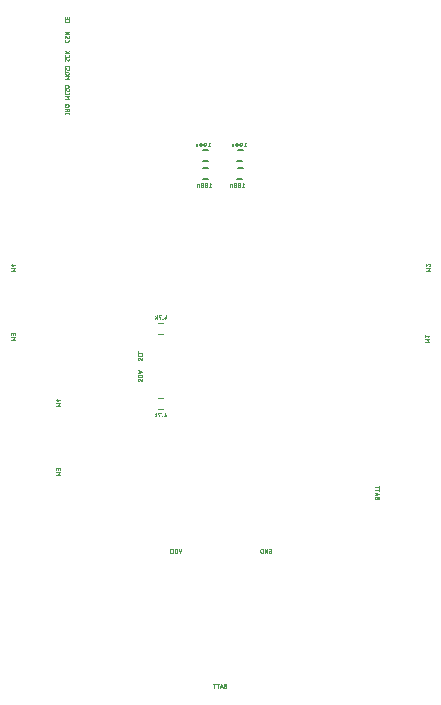
<source format=gbr>
G04 EAGLE Gerber RS-274X export*
G75*
%MOMM*%
%FSLAX34Y34*%
%LPD*%
%INSilkscreen Bottom*%
%IPPOS*%
%AMOC8*
5,1,8,0,0,1.08239X$1,22.5*%
G01*
%ADD10C,0.025400*%
%ADD11C,0.127000*%
%ADD12C,0.050800*%
%ADD13C,0.120000*%


D10*
X121567Y171775D02*
X121513Y171773D01*
X121459Y171768D01*
X121406Y171758D01*
X121354Y171746D01*
X121302Y171729D01*
X121252Y171710D01*
X121204Y171686D01*
X121157Y171660D01*
X121111Y171630D01*
X121068Y171598D01*
X121028Y171562D01*
X120990Y171524D01*
X120954Y171484D01*
X120922Y171441D01*
X120892Y171395D01*
X120866Y171348D01*
X120842Y171300D01*
X120823Y171250D01*
X120806Y171198D01*
X120794Y171146D01*
X120784Y171093D01*
X120779Y171039D01*
X120777Y170985D01*
X120779Y170908D01*
X120784Y170830D01*
X120793Y170753D01*
X120806Y170677D01*
X120822Y170601D01*
X120841Y170526D01*
X120864Y170452D01*
X120891Y170379D01*
X120921Y170307D01*
X120954Y170237D01*
X120990Y170169D01*
X121030Y170102D01*
X121072Y170037D01*
X121118Y169975D01*
X121166Y169914D01*
X121217Y169856D01*
X121271Y169800D01*
X123543Y169899D02*
X123597Y169901D01*
X123651Y169906D01*
X123704Y169916D01*
X123756Y169928D01*
X123808Y169945D01*
X123858Y169964D01*
X123906Y169988D01*
X123953Y170014D01*
X123999Y170044D01*
X124042Y170076D01*
X124082Y170112D01*
X124120Y170150D01*
X124156Y170190D01*
X124188Y170233D01*
X124218Y170279D01*
X124244Y170326D01*
X124268Y170374D01*
X124287Y170424D01*
X124304Y170476D01*
X124316Y170528D01*
X124326Y170581D01*
X124331Y170635D01*
X124333Y170689D01*
X124331Y170762D01*
X124326Y170835D01*
X124317Y170908D01*
X124304Y170981D01*
X124288Y171052D01*
X124268Y171123D01*
X124245Y171192D01*
X124218Y171261D01*
X124188Y171328D01*
X124155Y171393D01*
X124119Y171457D01*
X124079Y171518D01*
X124037Y171578D01*
X122851Y170293D02*
X122881Y170246D01*
X122914Y170202D01*
X122950Y170159D01*
X122989Y170120D01*
X123030Y170083D01*
X123074Y170049D01*
X123121Y170018D01*
X123169Y169990D01*
X123219Y169966D01*
X123271Y169946D01*
X123323Y169929D01*
X123377Y169915D01*
X123432Y169906D01*
X123487Y169900D01*
X123543Y169898D01*
X122259Y171381D02*
X122229Y171428D01*
X122196Y171472D01*
X122160Y171515D01*
X122121Y171554D01*
X122079Y171591D01*
X122035Y171625D01*
X121989Y171656D01*
X121941Y171684D01*
X121891Y171708D01*
X121839Y171728D01*
X121786Y171745D01*
X121733Y171759D01*
X121678Y171768D01*
X121623Y171774D01*
X121567Y171776D01*
X122259Y171380D02*
X122851Y170294D01*
X120777Y173896D02*
X120777Y174686D01*
X120777Y173896D02*
X120779Y173842D01*
X120784Y173788D01*
X120794Y173735D01*
X120806Y173683D01*
X120823Y173631D01*
X120842Y173581D01*
X120866Y173533D01*
X120892Y173486D01*
X120922Y173440D01*
X120954Y173397D01*
X120990Y173357D01*
X121028Y173319D01*
X121068Y173283D01*
X121111Y173251D01*
X121157Y173221D01*
X121204Y173195D01*
X121252Y173171D01*
X121302Y173152D01*
X121354Y173135D01*
X121406Y173123D01*
X121459Y173113D01*
X121513Y173108D01*
X121567Y173106D01*
X121567Y173105D02*
X123543Y173105D01*
X123543Y173106D02*
X123597Y173108D01*
X123651Y173113D01*
X123704Y173123D01*
X123756Y173135D01*
X123808Y173152D01*
X123858Y173171D01*
X123906Y173195D01*
X123953Y173221D01*
X123999Y173251D01*
X124042Y173283D01*
X124082Y173319D01*
X124120Y173357D01*
X124156Y173397D01*
X124188Y173440D01*
X124218Y173486D01*
X124244Y173533D01*
X124268Y173581D01*
X124287Y173631D01*
X124304Y173683D01*
X124316Y173735D01*
X124326Y173788D01*
X124331Y173842D01*
X124333Y173896D01*
X124333Y174686D01*
X124333Y176093D02*
X120777Y176093D01*
X120777Y177673D01*
X121567Y153993D02*
X121513Y153991D01*
X121459Y153986D01*
X121406Y153976D01*
X121354Y153964D01*
X121302Y153947D01*
X121252Y153928D01*
X121204Y153904D01*
X121157Y153878D01*
X121111Y153848D01*
X121068Y153816D01*
X121028Y153780D01*
X120990Y153742D01*
X120954Y153702D01*
X120922Y153659D01*
X120892Y153613D01*
X120866Y153566D01*
X120842Y153518D01*
X120823Y153468D01*
X120806Y153416D01*
X120794Y153364D01*
X120784Y153311D01*
X120779Y153257D01*
X120777Y153203D01*
X120779Y153126D01*
X120784Y153048D01*
X120793Y152971D01*
X120806Y152895D01*
X120822Y152819D01*
X120841Y152744D01*
X120864Y152670D01*
X120891Y152597D01*
X120921Y152525D01*
X120954Y152455D01*
X120990Y152387D01*
X121030Y152320D01*
X121072Y152255D01*
X121118Y152193D01*
X121166Y152132D01*
X121217Y152074D01*
X121271Y152018D01*
X123543Y152117D02*
X123597Y152119D01*
X123651Y152124D01*
X123704Y152134D01*
X123756Y152146D01*
X123808Y152163D01*
X123858Y152182D01*
X123906Y152206D01*
X123953Y152232D01*
X123999Y152262D01*
X124042Y152294D01*
X124082Y152330D01*
X124120Y152368D01*
X124156Y152408D01*
X124188Y152451D01*
X124218Y152497D01*
X124244Y152544D01*
X124268Y152592D01*
X124287Y152642D01*
X124304Y152694D01*
X124316Y152746D01*
X124326Y152799D01*
X124331Y152853D01*
X124333Y152907D01*
X124331Y152980D01*
X124326Y153053D01*
X124317Y153126D01*
X124304Y153199D01*
X124288Y153270D01*
X124268Y153341D01*
X124245Y153410D01*
X124218Y153479D01*
X124188Y153546D01*
X124155Y153611D01*
X124119Y153675D01*
X124079Y153736D01*
X124037Y153796D01*
X122851Y152511D02*
X122881Y152464D01*
X122914Y152420D01*
X122950Y152377D01*
X122989Y152338D01*
X123030Y152301D01*
X123074Y152267D01*
X123121Y152236D01*
X123169Y152208D01*
X123219Y152184D01*
X123271Y152164D01*
X123323Y152147D01*
X123377Y152133D01*
X123432Y152124D01*
X123487Y152118D01*
X123543Y152116D01*
X122259Y153599D02*
X122229Y153646D01*
X122196Y153690D01*
X122160Y153733D01*
X122121Y153772D01*
X122079Y153809D01*
X122035Y153843D01*
X121989Y153874D01*
X121941Y153902D01*
X121891Y153926D01*
X121839Y153946D01*
X121786Y153963D01*
X121733Y153977D01*
X121678Y153986D01*
X121623Y153992D01*
X121567Y153994D01*
X122259Y153598D02*
X122851Y152512D01*
X124333Y155447D02*
X120777Y155447D01*
X124333Y155447D02*
X124333Y156434D01*
X124331Y156496D01*
X124325Y156558D01*
X124315Y156619D01*
X124302Y156680D01*
X124285Y156739D01*
X124264Y156798D01*
X124239Y156855D01*
X124211Y156910D01*
X124179Y156963D01*
X124144Y157015D01*
X124106Y157064D01*
X124065Y157110D01*
X124021Y157154D01*
X123975Y157195D01*
X123926Y157233D01*
X123874Y157268D01*
X123821Y157300D01*
X123766Y157328D01*
X123709Y157353D01*
X123650Y157374D01*
X123591Y157391D01*
X123530Y157404D01*
X123469Y157414D01*
X123407Y157420D01*
X123345Y157422D01*
X121765Y157422D01*
X121703Y157420D01*
X121641Y157414D01*
X121580Y157404D01*
X121519Y157391D01*
X121460Y157374D01*
X121401Y157353D01*
X121344Y157328D01*
X121289Y157300D01*
X121236Y157268D01*
X121184Y157233D01*
X121135Y157195D01*
X121089Y157154D01*
X121045Y157110D01*
X121004Y157064D01*
X120966Y157015D01*
X120931Y156963D01*
X120899Y156910D01*
X120871Y156855D01*
X120846Y156798D01*
X120825Y156739D01*
X120808Y156680D01*
X120795Y156619D01*
X120785Y156558D01*
X120779Y156496D01*
X120777Y156434D01*
X120777Y155447D01*
X120777Y158792D02*
X124333Y159978D01*
X120777Y161163D01*
X121666Y160867D02*
X121666Y159089D01*
X363347Y185547D02*
X366903Y185547D01*
X364927Y186732D01*
X366903Y187918D01*
X363347Y187918D01*
X366113Y189516D02*
X366903Y190504D01*
X363347Y190504D01*
X363347Y189516D02*
X363347Y191492D01*
X364617Y245237D02*
X368173Y245237D01*
X366197Y246422D01*
X368173Y247608D01*
X364617Y247608D01*
X368173Y250293D02*
X368171Y250351D01*
X368165Y250409D01*
X368156Y250466D01*
X368143Y250523D01*
X368126Y250579D01*
X368105Y250633D01*
X368081Y250686D01*
X368054Y250738D01*
X368023Y250787D01*
X367989Y250834D01*
X367952Y250879D01*
X367913Y250922D01*
X367870Y250961D01*
X367825Y250998D01*
X367778Y251032D01*
X367729Y251063D01*
X367677Y251090D01*
X367624Y251114D01*
X367570Y251135D01*
X367514Y251152D01*
X367457Y251165D01*
X367400Y251174D01*
X367342Y251180D01*
X367284Y251182D01*
X368173Y250293D02*
X368171Y250228D01*
X368166Y250163D01*
X368156Y250098D01*
X368143Y250034D01*
X368127Y249971D01*
X368106Y249909D01*
X368083Y249848D01*
X368056Y249789D01*
X368025Y249731D01*
X367991Y249675D01*
X367955Y249621D01*
X367915Y249570D01*
X367872Y249520D01*
X367826Y249474D01*
X367778Y249429D01*
X367728Y249388D01*
X367675Y249350D01*
X367620Y249315D01*
X367563Y249283D01*
X367504Y249254D01*
X367444Y249228D01*
X367383Y249207D01*
X366593Y250886D02*
X366635Y250927D01*
X366680Y250967D01*
X366727Y251003D01*
X366776Y251036D01*
X366828Y251066D01*
X366881Y251093D01*
X366935Y251116D01*
X366991Y251136D01*
X367049Y251153D01*
X367107Y251165D01*
X367165Y251175D01*
X367225Y251180D01*
X367284Y251182D01*
X366593Y250886D02*
X364617Y249206D01*
X364617Y251182D01*
X16383Y245237D02*
X12827Y245237D01*
X14407Y246422D02*
X16383Y245237D01*
X14407Y246422D02*
X16383Y247608D01*
X12827Y247608D01*
X13617Y249206D02*
X16383Y249997D01*
X13617Y249206D02*
X13617Y251182D01*
X14407Y250589D02*
X12827Y250589D01*
X12827Y186817D02*
X16383Y186817D01*
X14407Y188002D01*
X16383Y189188D01*
X12827Y189188D01*
X12827Y190786D02*
X12827Y191774D01*
X12829Y191836D01*
X12835Y191898D01*
X12845Y191959D01*
X12858Y192020D01*
X12875Y192079D01*
X12896Y192138D01*
X12921Y192195D01*
X12949Y192250D01*
X12981Y192303D01*
X13016Y192355D01*
X13054Y192404D01*
X13095Y192450D01*
X13139Y192494D01*
X13185Y192535D01*
X13234Y192573D01*
X13286Y192608D01*
X13339Y192640D01*
X13394Y192668D01*
X13451Y192693D01*
X13510Y192714D01*
X13569Y192731D01*
X13630Y192744D01*
X13691Y192754D01*
X13753Y192760D01*
X13815Y192762D01*
X13877Y192760D01*
X13939Y192754D01*
X14000Y192744D01*
X14061Y192731D01*
X14120Y192714D01*
X14179Y192693D01*
X14236Y192668D01*
X14291Y192640D01*
X14344Y192608D01*
X14396Y192573D01*
X14445Y192535D01*
X14491Y192494D01*
X14535Y192450D01*
X14576Y192404D01*
X14614Y192355D01*
X14649Y192303D01*
X14681Y192250D01*
X14709Y192195D01*
X14734Y192138D01*
X14755Y192079D01*
X14772Y192020D01*
X14785Y191959D01*
X14795Y191898D01*
X14801Y191836D01*
X14803Y191774D01*
X16383Y191972D02*
X16383Y190786D01*
X16383Y191972D02*
X16381Y192027D01*
X16375Y192082D01*
X16366Y192136D01*
X16352Y192190D01*
X16335Y192242D01*
X16315Y192293D01*
X16291Y192343D01*
X16263Y192391D01*
X16232Y192436D01*
X16198Y192480D01*
X16161Y192521D01*
X16122Y192559D01*
X16079Y192595D01*
X16035Y192627D01*
X15988Y192656D01*
X15939Y192682D01*
X15889Y192704D01*
X15837Y192723D01*
X15784Y192739D01*
X15730Y192750D01*
X15676Y192758D01*
X15621Y192762D01*
X15565Y192762D01*
X15510Y192758D01*
X15456Y192750D01*
X15402Y192739D01*
X15349Y192723D01*
X15297Y192704D01*
X15247Y192682D01*
X15198Y192656D01*
X15151Y192627D01*
X15107Y192595D01*
X15064Y192559D01*
X15025Y192521D01*
X14988Y192480D01*
X14954Y192436D01*
X14923Y192391D01*
X14895Y192343D01*
X14871Y192293D01*
X14851Y192242D01*
X14834Y192190D01*
X14820Y192136D01*
X14811Y192082D01*
X14805Y192027D01*
X14803Y191972D01*
X14803Y191182D01*
X157353Y10033D02*
X156168Y6477D01*
X154982Y10033D01*
X153612Y10033D02*
X153612Y6477D01*
X153612Y10033D02*
X152624Y10033D01*
X152562Y10031D01*
X152500Y10025D01*
X152439Y10016D01*
X152378Y10002D01*
X152319Y9985D01*
X152260Y9964D01*
X152203Y9939D01*
X152148Y9911D01*
X152095Y9879D01*
X152043Y9844D01*
X151994Y9806D01*
X151948Y9765D01*
X151904Y9721D01*
X151863Y9675D01*
X151825Y9626D01*
X151790Y9574D01*
X151758Y9521D01*
X151730Y9466D01*
X151705Y9409D01*
X151684Y9350D01*
X151667Y9291D01*
X151654Y9230D01*
X151644Y9169D01*
X151638Y9107D01*
X151636Y9045D01*
X151637Y9045D02*
X151637Y7465D01*
X151636Y7465D02*
X151638Y7403D01*
X151644Y7341D01*
X151654Y7280D01*
X151667Y7219D01*
X151684Y7160D01*
X151705Y7101D01*
X151730Y7044D01*
X151758Y6989D01*
X151790Y6936D01*
X151825Y6884D01*
X151863Y6835D01*
X151904Y6789D01*
X151948Y6745D01*
X151994Y6704D01*
X152043Y6666D01*
X152095Y6631D01*
X152148Y6599D01*
X152203Y6571D01*
X152260Y6546D01*
X152319Y6525D01*
X152378Y6508D01*
X152439Y6494D01*
X152500Y6485D01*
X152562Y6479D01*
X152624Y6477D01*
X153612Y6477D01*
X149955Y6477D02*
X149955Y10033D01*
X148967Y10033D01*
X148905Y10031D01*
X148843Y10025D01*
X148782Y10016D01*
X148721Y10002D01*
X148662Y9985D01*
X148603Y9964D01*
X148546Y9939D01*
X148491Y9911D01*
X148438Y9879D01*
X148386Y9844D01*
X148337Y9806D01*
X148291Y9765D01*
X148247Y9721D01*
X148206Y9675D01*
X148168Y9626D01*
X148133Y9574D01*
X148101Y9521D01*
X148073Y9466D01*
X148048Y9409D01*
X148027Y9350D01*
X148010Y9291D01*
X147997Y9230D01*
X147987Y9169D01*
X147981Y9107D01*
X147979Y9045D01*
X147979Y7465D01*
X147981Y7403D01*
X147987Y7341D01*
X147997Y7280D01*
X148010Y7219D01*
X148027Y7160D01*
X148048Y7101D01*
X148073Y7044D01*
X148101Y6989D01*
X148133Y6936D01*
X148168Y6884D01*
X148206Y6835D01*
X148247Y6789D01*
X148291Y6745D01*
X148337Y6704D01*
X148386Y6666D01*
X148438Y6631D01*
X148491Y6599D01*
X148546Y6571D01*
X148603Y6546D01*
X148662Y6525D01*
X148721Y6508D01*
X148782Y6494D01*
X148843Y6485D01*
X148905Y6479D01*
X148967Y6477D01*
X149955Y6477D01*
X231577Y8453D02*
X232170Y8453D01*
X231577Y8453D02*
X231577Y6477D01*
X232763Y6477D01*
X232817Y6479D01*
X232871Y6484D01*
X232924Y6494D01*
X232976Y6506D01*
X233028Y6523D01*
X233078Y6542D01*
X233126Y6566D01*
X233173Y6592D01*
X233219Y6622D01*
X233262Y6654D01*
X233302Y6690D01*
X233340Y6728D01*
X233376Y6768D01*
X233408Y6811D01*
X233438Y6857D01*
X233464Y6904D01*
X233488Y6952D01*
X233507Y7002D01*
X233524Y7054D01*
X233536Y7106D01*
X233546Y7159D01*
X233551Y7213D01*
X233553Y7267D01*
X233553Y9243D01*
X233551Y9297D01*
X233546Y9351D01*
X233536Y9404D01*
X233524Y9456D01*
X233507Y9508D01*
X233488Y9558D01*
X233464Y9606D01*
X233438Y9653D01*
X233408Y9699D01*
X233376Y9742D01*
X233340Y9782D01*
X233302Y9820D01*
X233262Y9856D01*
X233219Y9888D01*
X233174Y9918D01*
X233126Y9944D01*
X233078Y9968D01*
X233028Y9987D01*
X232976Y10004D01*
X232924Y10016D01*
X232871Y10026D01*
X232817Y10031D01*
X232763Y10033D01*
X231577Y10033D01*
X229895Y10033D02*
X229895Y6477D01*
X227920Y6477D02*
X229895Y10033D01*
X227920Y10033D02*
X227920Y6477D01*
X226238Y6477D02*
X226238Y10033D01*
X225250Y10033D01*
X225188Y10031D01*
X225126Y10025D01*
X225065Y10016D01*
X225004Y10002D01*
X224945Y9985D01*
X224886Y9964D01*
X224829Y9939D01*
X224774Y9911D01*
X224721Y9879D01*
X224669Y9844D01*
X224620Y9806D01*
X224574Y9765D01*
X224530Y9721D01*
X224489Y9675D01*
X224451Y9626D01*
X224416Y9574D01*
X224384Y9521D01*
X224356Y9466D01*
X224331Y9409D01*
X224310Y9350D01*
X224293Y9291D01*
X224280Y9230D01*
X224270Y9169D01*
X224264Y9107D01*
X224262Y9045D01*
X224262Y7465D01*
X224264Y7403D01*
X224270Y7341D01*
X224280Y7280D01*
X224293Y7219D01*
X224310Y7160D01*
X224331Y7101D01*
X224356Y7044D01*
X224384Y6989D01*
X224416Y6936D01*
X224451Y6884D01*
X224489Y6835D01*
X224530Y6789D01*
X224574Y6745D01*
X224620Y6704D01*
X224669Y6666D01*
X224721Y6631D01*
X224774Y6599D01*
X224829Y6571D01*
X224886Y6546D01*
X224945Y6525D01*
X225004Y6508D01*
X225065Y6494D01*
X225126Y6485D01*
X225188Y6479D01*
X225250Y6477D01*
X226238Y6477D01*
X54483Y130937D02*
X50927Y130937D01*
X52507Y132122D02*
X54483Y130937D01*
X52507Y132122D02*
X54483Y133308D01*
X50927Y133308D01*
X51717Y134906D02*
X54483Y135697D01*
X51717Y134906D02*
X51717Y136882D01*
X52507Y136289D02*
X50927Y136289D01*
X50927Y72517D02*
X54483Y72517D01*
X52507Y73702D01*
X54483Y74888D01*
X50927Y74888D01*
X50927Y76486D02*
X50927Y77474D01*
X50929Y77536D01*
X50935Y77598D01*
X50945Y77659D01*
X50958Y77720D01*
X50975Y77779D01*
X50996Y77838D01*
X51021Y77895D01*
X51049Y77950D01*
X51081Y78003D01*
X51116Y78055D01*
X51154Y78104D01*
X51195Y78150D01*
X51239Y78194D01*
X51285Y78235D01*
X51334Y78273D01*
X51386Y78308D01*
X51439Y78340D01*
X51494Y78368D01*
X51551Y78393D01*
X51610Y78414D01*
X51669Y78431D01*
X51730Y78444D01*
X51791Y78454D01*
X51853Y78460D01*
X51915Y78462D01*
X51977Y78460D01*
X52039Y78454D01*
X52100Y78444D01*
X52161Y78431D01*
X52220Y78414D01*
X52279Y78393D01*
X52336Y78368D01*
X52391Y78340D01*
X52444Y78308D01*
X52496Y78273D01*
X52545Y78235D01*
X52591Y78194D01*
X52635Y78150D01*
X52676Y78104D01*
X52714Y78055D01*
X52749Y78003D01*
X52781Y77950D01*
X52809Y77895D01*
X52834Y77838D01*
X52855Y77779D01*
X52872Y77720D01*
X52885Y77659D01*
X52895Y77598D01*
X52901Y77536D01*
X52903Y77474D01*
X54483Y77672D02*
X54483Y76486D01*
X54483Y77672D02*
X54481Y77727D01*
X54475Y77782D01*
X54466Y77836D01*
X54452Y77890D01*
X54435Y77942D01*
X54415Y77993D01*
X54391Y78043D01*
X54363Y78091D01*
X54332Y78136D01*
X54298Y78180D01*
X54261Y78221D01*
X54222Y78259D01*
X54179Y78295D01*
X54135Y78327D01*
X54088Y78356D01*
X54039Y78382D01*
X53989Y78404D01*
X53937Y78423D01*
X53884Y78439D01*
X53830Y78450D01*
X53776Y78458D01*
X53721Y78462D01*
X53665Y78462D01*
X53610Y78458D01*
X53556Y78450D01*
X53502Y78439D01*
X53449Y78423D01*
X53397Y78404D01*
X53347Y78382D01*
X53298Y78356D01*
X53251Y78327D01*
X53207Y78295D01*
X53164Y78259D01*
X53125Y78221D01*
X53088Y78180D01*
X53054Y78136D01*
X53023Y78091D01*
X52995Y78043D01*
X52971Y77993D01*
X52951Y77942D01*
X52934Y77890D01*
X52920Y77836D01*
X52911Y77782D01*
X52905Y77727D01*
X52903Y77672D01*
X52903Y76882D01*
X194465Y-105847D02*
X195453Y-105847D01*
X194465Y-105847D02*
X194403Y-105849D01*
X194341Y-105855D01*
X194280Y-105865D01*
X194219Y-105878D01*
X194160Y-105895D01*
X194101Y-105916D01*
X194044Y-105941D01*
X193989Y-105969D01*
X193936Y-106001D01*
X193884Y-106036D01*
X193835Y-106074D01*
X193789Y-106115D01*
X193745Y-106159D01*
X193704Y-106205D01*
X193666Y-106254D01*
X193631Y-106306D01*
X193599Y-106359D01*
X193571Y-106414D01*
X193546Y-106471D01*
X193525Y-106530D01*
X193508Y-106589D01*
X193495Y-106650D01*
X193485Y-106711D01*
X193479Y-106773D01*
X193477Y-106835D01*
X193479Y-106897D01*
X193485Y-106959D01*
X193495Y-107020D01*
X193508Y-107081D01*
X193525Y-107140D01*
X193546Y-107199D01*
X193571Y-107256D01*
X193599Y-107311D01*
X193631Y-107364D01*
X193666Y-107416D01*
X193704Y-107465D01*
X193745Y-107511D01*
X193789Y-107555D01*
X193835Y-107596D01*
X193884Y-107634D01*
X193936Y-107669D01*
X193989Y-107701D01*
X194044Y-107729D01*
X194101Y-107754D01*
X194160Y-107775D01*
X194219Y-107792D01*
X194280Y-107805D01*
X194341Y-107815D01*
X194403Y-107821D01*
X194465Y-107823D01*
X195453Y-107823D01*
X195453Y-104267D01*
X194465Y-104267D01*
X194410Y-104269D01*
X194355Y-104275D01*
X194301Y-104284D01*
X194247Y-104298D01*
X194195Y-104315D01*
X194144Y-104335D01*
X194094Y-104359D01*
X194046Y-104387D01*
X194001Y-104418D01*
X193957Y-104452D01*
X193916Y-104489D01*
X193878Y-104528D01*
X193842Y-104571D01*
X193810Y-104615D01*
X193781Y-104662D01*
X193755Y-104711D01*
X193733Y-104761D01*
X193714Y-104813D01*
X193698Y-104866D01*
X193687Y-104920D01*
X193679Y-104974D01*
X193675Y-105029D01*
X193675Y-105085D01*
X193679Y-105140D01*
X193687Y-105194D01*
X193698Y-105248D01*
X193714Y-105301D01*
X193733Y-105353D01*
X193755Y-105403D01*
X193781Y-105452D01*
X193810Y-105499D01*
X193842Y-105543D01*
X193878Y-105586D01*
X193916Y-105625D01*
X193957Y-105662D01*
X194001Y-105696D01*
X194046Y-105727D01*
X194094Y-105755D01*
X194144Y-105779D01*
X194195Y-105799D01*
X194247Y-105816D01*
X194301Y-105830D01*
X194355Y-105839D01*
X194410Y-105845D01*
X194465Y-105847D01*
X192382Y-107823D02*
X191197Y-104267D01*
X190012Y-107823D01*
X190308Y-106934D02*
X192086Y-106934D01*
X187997Y-107823D02*
X187997Y-104267D01*
X188985Y-104267D02*
X187009Y-104267D01*
X185025Y-104267D02*
X185025Y-107823D01*
X186013Y-104267D02*
X184037Y-104267D01*
X323413Y52197D02*
X323413Y53185D01*
X323411Y53247D01*
X323405Y53309D01*
X323395Y53370D01*
X323382Y53431D01*
X323365Y53490D01*
X323344Y53549D01*
X323319Y53606D01*
X323291Y53661D01*
X323259Y53714D01*
X323224Y53766D01*
X323186Y53815D01*
X323145Y53861D01*
X323101Y53905D01*
X323055Y53946D01*
X323006Y53984D01*
X322954Y54019D01*
X322901Y54051D01*
X322846Y54079D01*
X322789Y54104D01*
X322730Y54125D01*
X322671Y54142D01*
X322610Y54155D01*
X322549Y54165D01*
X322487Y54171D01*
X322425Y54173D01*
X322363Y54171D01*
X322301Y54165D01*
X322240Y54155D01*
X322179Y54142D01*
X322120Y54125D01*
X322061Y54104D01*
X322004Y54079D01*
X321949Y54051D01*
X321896Y54019D01*
X321844Y53984D01*
X321795Y53946D01*
X321749Y53905D01*
X321705Y53861D01*
X321664Y53815D01*
X321626Y53766D01*
X321591Y53714D01*
X321559Y53661D01*
X321531Y53606D01*
X321506Y53549D01*
X321485Y53490D01*
X321468Y53431D01*
X321455Y53370D01*
X321445Y53309D01*
X321439Y53247D01*
X321437Y53185D01*
X321437Y52197D01*
X324993Y52197D01*
X324993Y53185D01*
X324991Y53240D01*
X324985Y53295D01*
X324976Y53349D01*
X324962Y53403D01*
X324945Y53455D01*
X324925Y53506D01*
X324901Y53556D01*
X324873Y53604D01*
X324842Y53649D01*
X324808Y53693D01*
X324771Y53734D01*
X324732Y53772D01*
X324689Y53808D01*
X324645Y53840D01*
X324598Y53869D01*
X324549Y53895D01*
X324499Y53917D01*
X324447Y53936D01*
X324394Y53952D01*
X324340Y53963D01*
X324286Y53971D01*
X324231Y53975D01*
X324175Y53975D01*
X324120Y53971D01*
X324066Y53963D01*
X324012Y53952D01*
X323959Y53936D01*
X323907Y53917D01*
X323857Y53895D01*
X323808Y53869D01*
X323761Y53840D01*
X323717Y53808D01*
X323674Y53772D01*
X323635Y53734D01*
X323598Y53693D01*
X323564Y53649D01*
X323533Y53604D01*
X323505Y53556D01*
X323481Y53506D01*
X323461Y53455D01*
X323444Y53403D01*
X323430Y53349D01*
X323421Y53295D01*
X323415Y53240D01*
X323413Y53185D01*
X321437Y55268D02*
X324993Y56453D01*
X321437Y57638D01*
X322326Y57342D02*
X322326Y55564D01*
X321437Y59653D02*
X324993Y59653D01*
X324993Y58665D02*
X324993Y60641D01*
X324993Y62625D02*
X321437Y62625D01*
X324993Y61637D02*
X324993Y63613D01*
X62103Y407677D02*
X58547Y407677D01*
X60127Y408863D02*
X62103Y407677D01*
X60127Y408863D02*
X62103Y410048D01*
X58547Y410048D01*
X59535Y411647D02*
X61115Y411647D01*
X61115Y411646D02*
X61177Y411648D01*
X61239Y411654D01*
X61300Y411664D01*
X61361Y411677D01*
X61420Y411694D01*
X61479Y411715D01*
X61536Y411740D01*
X61591Y411768D01*
X61644Y411800D01*
X61696Y411835D01*
X61745Y411873D01*
X61791Y411914D01*
X61835Y411958D01*
X61876Y412004D01*
X61914Y412053D01*
X61949Y412105D01*
X61981Y412158D01*
X62009Y412213D01*
X62034Y412270D01*
X62055Y412329D01*
X62072Y412388D01*
X62085Y412449D01*
X62095Y412510D01*
X62101Y412572D01*
X62103Y412634D01*
X62101Y412696D01*
X62095Y412758D01*
X62085Y412819D01*
X62072Y412880D01*
X62055Y412939D01*
X62034Y412998D01*
X62009Y413055D01*
X61981Y413110D01*
X61949Y413163D01*
X61914Y413215D01*
X61876Y413264D01*
X61835Y413310D01*
X61791Y413354D01*
X61745Y413395D01*
X61696Y413433D01*
X61644Y413468D01*
X61591Y413500D01*
X61536Y413528D01*
X61479Y413553D01*
X61420Y413574D01*
X61361Y413591D01*
X61300Y413604D01*
X61239Y413614D01*
X61177Y413620D01*
X61115Y413622D01*
X59535Y413622D01*
X59473Y413620D01*
X59411Y413614D01*
X59350Y413604D01*
X59289Y413591D01*
X59230Y413574D01*
X59171Y413553D01*
X59114Y413528D01*
X59059Y413500D01*
X59006Y413468D01*
X58954Y413433D01*
X58905Y413395D01*
X58859Y413354D01*
X58815Y413310D01*
X58774Y413264D01*
X58736Y413215D01*
X58701Y413163D01*
X58669Y413110D01*
X58641Y413055D01*
X58616Y412998D01*
X58595Y412939D01*
X58578Y412880D01*
X58565Y412819D01*
X58555Y412758D01*
X58549Y412696D01*
X58547Y412634D01*
X58549Y412572D01*
X58555Y412510D01*
X58565Y412449D01*
X58578Y412388D01*
X58595Y412329D01*
X58616Y412270D01*
X58641Y412213D01*
X58669Y412158D01*
X58701Y412105D01*
X58736Y412053D01*
X58774Y412004D01*
X58815Y411958D01*
X58859Y411914D01*
X58905Y411873D01*
X58954Y411835D01*
X59006Y411800D01*
X59059Y411768D01*
X59114Y411740D01*
X59171Y411715D01*
X59230Y411694D01*
X59289Y411677D01*
X59350Y411664D01*
X59411Y411654D01*
X59473Y411648D01*
X59535Y411646D01*
X58547Y416147D02*
X58549Y416201D01*
X58554Y416255D01*
X58564Y416308D01*
X58576Y416360D01*
X58593Y416412D01*
X58612Y416462D01*
X58636Y416510D01*
X58662Y416557D01*
X58692Y416603D01*
X58724Y416646D01*
X58760Y416686D01*
X58798Y416724D01*
X58838Y416760D01*
X58881Y416792D01*
X58927Y416822D01*
X58974Y416848D01*
X59022Y416872D01*
X59072Y416891D01*
X59124Y416908D01*
X59176Y416920D01*
X59229Y416930D01*
X59283Y416935D01*
X59337Y416937D01*
X58547Y416147D02*
X58549Y416070D01*
X58554Y415992D01*
X58563Y415915D01*
X58576Y415839D01*
X58592Y415763D01*
X58611Y415688D01*
X58634Y415614D01*
X58661Y415541D01*
X58691Y415469D01*
X58724Y415399D01*
X58760Y415331D01*
X58800Y415264D01*
X58842Y415199D01*
X58888Y415137D01*
X58936Y415076D01*
X58987Y415018D01*
X59041Y414962D01*
X61313Y415060D02*
X61367Y415062D01*
X61421Y415067D01*
X61474Y415077D01*
X61526Y415089D01*
X61578Y415106D01*
X61628Y415125D01*
X61676Y415149D01*
X61723Y415175D01*
X61769Y415205D01*
X61812Y415237D01*
X61852Y415273D01*
X61890Y415311D01*
X61926Y415351D01*
X61958Y415394D01*
X61988Y415440D01*
X62014Y415487D01*
X62038Y415535D01*
X62057Y415585D01*
X62074Y415637D01*
X62086Y415689D01*
X62096Y415742D01*
X62101Y415796D01*
X62103Y415850D01*
X62101Y415923D01*
X62096Y415996D01*
X62087Y416069D01*
X62074Y416142D01*
X62058Y416213D01*
X62038Y416284D01*
X62015Y416353D01*
X61988Y416422D01*
X61958Y416489D01*
X61925Y416554D01*
X61889Y416618D01*
X61849Y416679D01*
X61807Y416739D01*
X60621Y415455D02*
X60651Y415408D01*
X60684Y415364D01*
X60720Y415321D01*
X60759Y415282D01*
X60800Y415245D01*
X60844Y415211D01*
X60891Y415180D01*
X60939Y415152D01*
X60989Y415128D01*
X61041Y415108D01*
X61093Y415091D01*
X61147Y415077D01*
X61202Y415068D01*
X61257Y415062D01*
X61313Y415060D01*
X60029Y416542D02*
X59999Y416589D01*
X59966Y416633D01*
X59930Y416676D01*
X59891Y416715D01*
X59849Y416752D01*
X59805Y416786D01*
X59759Y416817D01*
X59711Y416845D01*
X59661Y416869D01*
X59609Y416889D01*
X59556Y416906D01*
X59503Y416920D01*
X59448Y416929D01*
X59393Y416935D01*
X59337Y416937D01*
X60029Y416542D02*
X60621Y415455D01*
X62103Y418578D02*
X58547Y418578D01*
X58547Y418183D02*
X58547Y418973D01*
X62103Y418973D02*
X62103Y418183D01*
X62103Y391260D02*
X58547Y391260D01*
X60127Y392446D02*
X62103Y391260D01*
X60127Y392446D02*
X62103Y393631D01*
X58547Y393631D01*
X58547Y395532D02*
X62103Y395532D01*
X58547Y395137D02*
X58547Y395927D01*
X62103Y395927D02*
X62103Y395137D01*
X58547Y398358D02*
X58549Y398412D01*
X58554Y398466D01*
X58564Y398519D01*
X58576Y398571D01*
X58593Y398623D01*
X58612Y398673D01*
X58636Y398721D01*
X58662Y398768D01*
X58692Y398814D01*
X58724Y398857D01*
X58760Y398897D01*
X58798Y398935D01*
X58838Y398971D01*
X58881Y399003D01*
X58927Y399033D01*
X58974Y399059D01*
X59022Y399083D01*
X59072Y399102D01*
X59124Y399119D01*
X59176Y399131D01*
X59229Y399141D01*
X59283Y399146D01*
X59337Y399148D01*
X58547Y398358D02*
X58549Y398281D01*
X58554Y398203D01*
X58563Y398126D01*
X58576Y398050D01*
X58592Y397974D01*
X58611Y397899D01*
X58634Y397825D01*
X58661Y397752D01*
X58691Y397680D01*
X58724Y397610D01*
X58760Y397542D01*
X58800Y397475D01*
X58842Y397410D01*
X58888Y397348D01*
X58936Y397287D01*
X58987Y397229D01*
X59041Y397173D01*
X61313Y397272D02*
X61367Y397274D01*
X61421Y397279D01*
X61474Y397289D01*
X61526Y397301D01*
X61578Y397318D01*
X61628Y397337D01*
X61676Y397361D01*
X61723Y397387D01*
X61769Y397417D01*
X61812Y397449D01*
X61852Y397485D01*
X61890Y397523D01*
X61926Y397563D01*
X61958Y397606D01*
X61988Y397652D01*
X62014Y397699D01*
X62038Y397747D01*
X62057Y397797D01*
X62074Y397849D01*
X62086Y397901D01*
X62096Y397954D01*
X62101Y398008D01*
X62103Y398062D01*
X62101Y398135D01*
X62096Y398208D01*
X62087Y398281D01*
X62074Y398354D01*
X62058Y398425D01*
X62038Y398496D01*
X62015Y398565D01*
X61988Y398634D01*
X61958Y398701D01*
X61925Y398766D01*
X61889Y398830D01*
X61849Y398891D01*
X61807Y398951D01*
X60621Y397666D02*
X60651Y397619D01*
X60684Y397575D01*
X60720Y397532D01*
X60759Y397493D01*
X60800Y397456D01*
X60844Y397422D01*
X60891Y397391D01*
X60939Y397363D01*
X60989Y397339D01*
X61041Y397319D01*
X61093Y397302D01*
X61147Y397288D01*
X61202Y397279D01*
X61257Y397273D01*
X61313Y397271D01*
X60029Y398754D02*
X59999Y398801D01*
X59966Y398845D01*
X59930Y398888D01*
X59891Y398927D01*
X59849Y398964D01*
X59805Y398998D01*
X59759Y399029D01*
X59711Y399057D01*
X59661Y399081D01*
X59609Y399101D01*
X59556Y399118D01*
X59503Y399132D01*
X59448Y399141D01*
X59393Y399147D01*
X59337Y399149D01*
X60029Y398753D02*
X60621Y397667D01*
X61115Y400487D02*
X59535Y400487D01*
X61115Y400487D02*
X61177Y400489D01*
X61239Y400495D01*
X61300Y400505D01*
X61361Y400518D01*
X61420Y400535D01*
X61479Y400556D01*
X61536Y400581D01*
X61591Y400609D01*
X61644Y400641D01*
X61696Y400676D01*
X61745Y400714D01*
X61791Y400755D01*
X61835Y400799D01*
X61876Y400845D01*
X61914Y400894D01*
X61949Y400946D01*
X61981Y400999D01*
X62009Y401054D01*
X62034Y401111D01*
X62055Y401170D01*
X62072Y401229D01*
X62085Y401290D01*
X62095Y401351D01*
X62101Y401413D01*
X62103Y401475D01*
X62101Y401537D01*
X62095Y401599D01*
X62085Y401660D01*
X62072Y401721D01*
X62055Y401780D01*
X62034Y401839D01*
X62009Y401896D01*
X61981Y401951D01*
X61949Y402004D01*
X61914Y402056D01*
X61876Y402105D01*
X61835Y402151D01*
X61791Y402195D01*
X61745Y402236D01*
X61696Y402274D01*
X61644Y402309D01*
X61591Y402341D01*
X61536Y402369D01*
X61479Y402394D01*
X61420Y402415D01*
X61361Y402432D01*
X61300Y402445D01*
X61239Y402455D01*
X61177Y402461D01*
X61115Y402463D01*
X59535Y402463D01*
X59473Y402461D01*
X59411Y402455D01*
X59350Y402445D01*
X59289Y402432D01*
X59230Y402415D01*
X59171Y402394D01*
X59114Y402369D01*
X59059Y402341D01*
X59006Y402309D01*
X58954Y402274D01*
X58905Y402236D01*
X58859Y402195D01*
X58815Y402151D01*
X58774Y402105D01*
X58736Y402056D01*
X58701Y402004D01*
X58669Y401951D01*
X58641Y401896D01*
X58616Y401839D01*
X58595Y401780D01*
X58578Y401721D01*
X58565Y401660D01*
X58555Y401599D01*
X58549Y401537D01*
X58547Y401475D01*
X58549Y401413D01*
X58555Y401351D01*
X58565Y401290D01*
X58578Y401229D01*
X58595Y401170D01*
X58616Y401111D01*
X58641Y401054D01*
X58669Y400999D01*
X58701Y400946D01*
X58736Y400894D01*
X58774Y400845D01*
X58815Y400799D01*
X58859Y400755D01*
X58905Y400714D01*
X58954Y400676D01*
X59006Y400641D01*
X59059Y400609D01*
X59114Y400581D01*
X59171Y400556D01*
X59230Y400535D01*
X59289Y400518D01*
X59350Y400505D01*
X59411Y400495D01*
X59473Y400489D01*
X59535Y400487D01*
X58547Y378982D02*
X62103Y378982D01*
X58547Y378587D02*
X58547Y379377D01*
X62103Y379377D02*
X62103Y378587D01*
X62103Y380872D02*
X58547Y380872D01*
X62103Y380872D02*
X62103Y381860D01*
X62101Y381922D01*
X62095Y381984D01*
X62085Y382045D01*
X62072Y382106D01*
X62055Y382165D01*
X62034Y382224D01*
X62009Y382281D01*
X61981Y382336D01*
X61949Y382389D01*
X61914Y382441D01*
X61876Y382490D01*
X61835Y382536D01*
X61791Y382580D01*
X61745Y382621D01*
X61696Y382659D01*
X61644Y382694D01*
X61591Y382726D01*
X61536Y382754D01*
X61479Y382779D01*
X61420Y382800D01*
X61361Y382817D01*
X61300Y382830D01*
X61239Y382840D01*
X61177Y382846D01*
X61115Y382848D01*
X61053Y382846D01*
X60991Y382840D01*
X60930Y382830D01*
X60869Y382817D01*
X60810Y382800D01*
X60751Y382779D01*
X60694Y382754D01*
X60639Y382726D01*
X60586Y382694D01*
X60534Y382659D01*
X60485Y382621D01*
X60439Y382580D01*
X60395Y382536D01*
X60354Y382490D01*
X60316Y382441D01*
X60281Y382389D01*
X60249Y382336D01*
X60221Y382281D01*
X60196Y382224D01*
X60175Y382165D01*
X60158Y382106D01*
X60145Y382045D01*
X60135Y381984D01*
X60129Y381922D01*
X60127Y381860D01*
X60127Y380872D01*
X60127Y382057D02*
X58547Y382848D01*
X59535Y384464D02*
X61115Y384464D01*
X61177Y384466D01*
X61239Y384472D01*
X61300Y384482D01*
X61361Y384495D01*
X61420Y384512D01*
X61479Y384533D01*
X61536Y384558D01*
X61591Y384586D01*
X61644Y384618D01*
X61696Y384653D01*
X61745Y384691D01*
X61791Y384732D01*
X61835Y384776D01*
X61876Y384822D01*
X61914Y384871D01*
X61949Y384923D01*
X61981Y384976D01*
X62009Y385031D01*
X62034Y385088D01*
X62055Y385147D01*
X62072Y385206D01*
X62085Y385267D01*
X62095Y385328D01*
X62101Y385390D01*
X62103Y385452D01*
X62101Y385514D01*
X62095Y385576D01*
X62085Y385637D01*
X62072Y385698D01*
X62055Y385757D01*
X62034Y385816D01*
X62009Y385873D01*
X61981Y385928D01*
X61949Y385981D01*
X61914Y386033D01*
X61876Y386082D01*
X61835Y386128D01*
X61791Y386172D01*
X61745Y386213D01*
X61696Y386251D01*
X61644Y386286D01*
X61591Y386318D01*
X61536Y386346D01*
X61479Y386371D01*
X61420Y386392D01*
X61361Y386409D01*
X61300Y386422D01*
X61239Y386432D01*
X61177Y386438D01*
X61115Y386440D01*
X59535Y386440D01*
X59473Y386438D01*
X59411Y386432D01*
X59350Y386422D01*
X59289Y386409D01*
X59230Y386392D01*
X59171Y386371D01*
X59114Y386346D01*
X59059Y386318D01*
X59006Y386286D01*
X58954Y386251D01*
X58905Y386213D01*
X58859Y386172D01*
X58815Y386128D01*
X58774Y386082D01*
X58736Y386033D01*
X58701Y385981D01*
X58669Y385928D01*
X58641Y385873D01*
X58616Y385816D01*
X58595Y385757D01*
X58578Y385698D01*
X58565Y385637D01*
X58555Y385576D01*
X58549Y385514D01*
X58547Y385452D01*
X58549Y385390D01*
X58555Y385328D01*
X58565Y385267D01*
X58578Y385206D01*
X58595Y385147D01*
X58616Y385088D01*
X58641Y385031D01*
X58669Y384976D01*
X58701Y384923D01*
X58736Y384871D01*
X58774Y384822D01*
X58815Y384776D01*
X58859Y384732D01*
X58905Y384691D01*
X58954Y384653D01*
X59006Y384618D01*
X59059Y384586D01*
X59114Y384558D01*
X59171Y384533D01*
X59230Y384512D01*
X59289Y384495D01*
X59350Y384482D01*
X59411Y384472D01*
X59473Y384466D01*
X59535Y384464D01*
X59337Y386045D02*
X58547Y386835D01*
X58547Y424550D02*
X58549Y424604D01*
X58554Y424658D01*
X58564Y424711D01*
X58576Y424763D01*
X58593Y424815D01*
X58612Y424865D01*
X58636Y424913D01*
X58662Y424960D01*
X58692Y425006D01*
X58724Y425049D01*
X58760Y425089D01*
X58798Y425127D01*
X58838Y425163D01*
X58881Y425195D01*
X58927Y425225D01*
X58974Y425251D01*
X59022Y425275D01*
X59072Y425294D01*
X59124Y425311D01*
X59176Y425323D01*
X59229Y425333D01*
X59283Y425338D01*
X59337Y425340D01*
X58547Y424550D02*
X58549Y424473D01*
X58554Y424395D01*
X58563Y424318D01*
X58576Y424242D01*
X58592Y424166D01*
X58611Y424091D01*
X58634Y424017D01*
X58661Y423944D01*
X58691Y423872D01*
X58724Y423802D01*
X58760Y423734D01*
X58800Y423667D01*
X58842Y423602D01*
X58888Y423540D01*
X58936Y423479D01*
X58987Y423421D01*
X59041Y423365D01*
X61313Y423464D02*
X61367Y423466D01*
X61421Y423471D01*
X61474Y423481D01*
X61526Y423493D01*
X61578Y423510D01*
X61628Y423529D01*
X61676Y423553D01*
X61723Y423579D01*
X61769Y423609D01*
X61812Y423641D01*
X61852Y423677D01*
X61890Y423715D01*
X61926Y423755D01*
X61958Y423798D01*
X61988Y423844D01*
X62014Y423891D01*
X62038Y423939D01*
X62057Y423989D01*
X62074Y424041D01*
X62086Y424093D01*
X62096Y424146D01*
X62101Y424200D01*
X62103Y424254D01*
X62101Y424327D01*
X62096Y424400D01*
X62087Y424473D01*
X62074Y424546D01*
X62058Y424617D01*
X62038Y424688D01*
X62015Y424757D01*
X61988Y424826D01*
X61958Y424893D01*
X61925Y424958D01*
X61889Y425022D01*
X61849Y425083D01*
X61807Y425143D01*
X60621Y423858D02*
X60651Y423811D01*
X60684Y423767D01*
X60720Y423724D01*
X60759Y423685D01*
X60800Y423648D01*
X60844Y423614D01*
X60891Y423583D01*
X60939Y423555D01*
X60989Y423531D01*
X61041Y423511D01*
X61093Y423494D01*
X61147Y423480D01*
X61202Y423471D01*
X61257Y423465D01*
X61313Y423463D01*
X60029Y424945D02*
X59999Y424992D01*
X59966Y425036D01*
X59930Y425079D01*
X59891Y425118D01*
X59849Y425155D01*
X59805Y425189D01*
X59759Y425220D01*
X59711Y425248D01*
X59661Y425272D01*
X59609Y425292D01*
X59556Y425309D01*
X59503Y425323D01*
X59448Y425332D01*
X59393Y425338D01*
X59337Y425340D01*
X60029Y424945D02*
X60621Y423858D01*
X58547Y427460D02*
X58547Y428250D01*
X58547Y427460D02*
X58549Y427406D01*
X58554Y427352D01*
X58564Y427299D01*
X58576Y427247D01*
X58593Y427195D01*
X58612Y427145D01*
X58636Y427097D01*
X58662Y427050D01*
X58692Y427004D01*
X58724Y426961D01*
X58760Y426921D01*
X58798Y426883D01*
X58838Y426847D01*
X58881Y426815D01*
X58927Y426785D01*
X58974Y426759D01*
X59022Y426735D01*
X59072Y426716D01*
X59124Y426699D01*
X59176Y426687D01*
X59229Y426677D01*
X59283Y426672D01*
X59337Y426670D01*
X61313Y426670D01*
X61367Y426672D01*
X61421Y426677D01*
X61474Y426687D01*
X61526Y426699D01*
X61578Y426716D01*
X61628Y426735D01*
X61676Y426759D01*
X61723Y426785D01*
X61769Y426815D01*
X61812Y426847D01*
X61852Y426883D01*
X61890Y426921D01*
X61926Y426961D01*
X61958Y427004D01*
X61988Y427050D01*
X62014Y427097D01*
X62038Y427145D01*
X62057Y427195D01*
X62074Y427247D01*
X62086Y427299D01*
X62096Y427352D01*
X62101Y427406D01*
X62103Y427460D01*
X62103Y428250D01*
X62103Y429697D02*
X58547Y429697D01*
X59930Y429697D02*
X62103Y431673D01*
X60720Y430488D02*
X58547Y431673D01*
X58547Y440337D02*
X58547Y441127D01*
X58547Y440337D02*
X58549Y440283D01*
X58554Y440229D01*
X58564Y440176D01*
X58576Y440124D01*
X58593Y440072D01*
X58612Y440022D01*
X58636Y439974D01*
X58662Y439927D01*
X58692Y439881D01*
X58724Y439838D01*
X58760Y439798D01*
X58798Y439760D01*
X58838Y439724D01*
X58881Y439692D01*
X58927Y439662D01*
X58974Y439636D01*
X59022Y439612D01*
X59072Y439593D01*
X59124Y439576D01*
X59176Y439564D01*
X59229Y439554D01*
X59283Y439549D01*
X59337Y439547D01*
X61313Y439547D01*
X61367Y439549D01*
X61421Y439554D01*
X61474Y439564D01*
X61526Y439576D01*
X61578Y439593D01*
X61628Y439612D01*
X61676Y439636D01*
X61723Y439662D01*
X61769Y439692D01*
X61812Y439724D01*
X61852Y439760D01*
X61890Y439798D01*
X61926Y439838D01*
X61958Y439881D01*
X61988Y439927D01*
X62014Y439974D01*
X62038Y440022D01*
X62057Y440072D01*
X62074Y440124D01*
X62086Y440176D01*
X62096Y440229D01*
X62101Y440283D01*
X62103Y440337D01*
X62103Y441127D01*
X59337Y444275D02*
X59283Y444273D01*
X59229Y444268D01*
X59176Y444258D01*
X59124Y444246D01*
X59072Y444229D01*
X59022Y444210D01*
X58974Y444186D01*
X58927Y444160D01*
X58881Y444130D01*
X58838Y444098D01*
X58798Y444062D01*
X58760Y444024D01*
X58724Y443984D01*
X58692Y443941D01*
X58662Y443895D01*
X58636Y443848D01*
X58612Y443800D01*
X58593Y443750D01*
X58576Y443698D01*
X58564Y443646D01*
X58554Y443593D01*
X58549Y443539D01*
X58547Y443485D01*
X58549Y443408D01*
X58554Y443330D01*
X58563Y443253D01*
X58576Y443177D01*
X58592Y443101D01*
X58611Y443026D01*
X58634Y442952D01*
X58661Y442879D01*
X58691Y442807D01*
X58724Y442737D01*
X58760Y442669D01*
X58800Y442602D01*
X58842Y442537D01*
X58888Y442475D01*
X58936Y442414D01*
X58987Y442356D01*
X59041Y442300D01*
X61313Y442398D02*
X61367Y442400D01*
X61421Y442405D01*
X61474Y442415D01*
X61526Y442427D01*
X61578Y442444D01*
X61628Y442463D01*
X61676Y442487D01*
X61723Y442513D01*
X61769Y442543D01*
X61812Y442575D01*
X61852Y442611D01*
X61890Y442649D01*
X61926Y442689D01*
X61958Y442732D01*
X61988Y442778D01*
X62014Y442825D01*
X62038Y442873D01*
X62057Y442923D01*
X62074Y442975D01*
X62086Y443027D01*
X62096Y443080D01*
X62101Y443134D01*
X62103Y443188D01*
X62101Y443261D01*
X62096Y443334D01*
X62087Y443407D01*
X62074Y443480D01*
X62058Y443551D01*
X62038Y443622D01*
X62015Y443691D01*
X61988Y443760D01*
X61958Y443827D01*
X61925Y443892D01*
X61889Y443956D01*
X61849Y444017D01*
X61807Y444077D01*
X60621Y442793D02*
X60651Y442746D01*
X60684Y442702D01*
X60720Y442659D01*
X60759Y442620D01*
X60800Y442583D01*
X60844Y442549D01*
X60891Y442518D01*
X60939Y442490D01*
X60989Y442466D01*
X61041Y442446D01*
X61093Y442429D01*
X61147Y442415D01*
X61202Y442406D01*
X61257Y442400D01*
X61313Y442398D01*
X60029Y443880D02*
X59999Y443927D01*
X59966Y443971D01*
X59930Y444014D01*
X59891Y444053D01*
X59849Y444090D01*
X59805Y444124D01*
X59759Y444155D01*
X59711Y444183D01*
X59661Y444207D01*
X59609Y444227D01*
X59556Y444244D01*
X59503Y444258D01*
X59448Y444267D01*
X59393Y444273D01*
X59337Y444275D01*
X60029Y443880D02*
X60621Y442793D01*
X62103Y445728D02*
X58547Y445728D01*
X58547Y447704D02*
X62103Y445728D01*
X62103Y447704D02*
X58547Y447704D01*
X58547Y456847D02*
X58547Y457637D01*
X58547Y456847D02*
X58549Y456793D01*
X58554Y456739D01*
X58564Y456686D01*
X58576Y456634D01*
X58593Y456582D01*
X58612Y456532D01*
X58636Y456484D01*
X58662Y456437D01*
X58692Y456391D01*
X58724Y456348D01*
X58760Y456308D01*
X58798Y456270D01*
X58838Y456234D01*
X58881Y456202D01*
X58927Y456172D01*
X58974Y456146D01*
X59022Y456122D01*
X59072Y456103D01*
X59124Y456086D01*
X59176Y456074D01*
X59229Y456064D01*
X59283Y456059D01*
X59337Y456057D01*
X61313Y456057D01*
X61367Y456059D01*
X61421Y456064D01*
X61474Y456074D01*
X61526Y456086D01*
X61578Y456103D01*
X61628Y456122D01*
X61676Y456146D01*
X61723Y456172D01*
X61769Y456202D01*
X61812Y456234D01*
X61852Y456270D01*
X61890Y456308D01*
X61926Y456348D01*
X61958Y456391D01*
X61988Y456437D01*
X62014Y456484D01*
X62038Y456532D01*
X62057Y456582D01*
X62074Y456634D01*
X62086Y456686D01*
X62096Y456739D01*
X62101Y456793D01*
X62103Y456847D01*
X62103Y457637D01*
X58547Y459044D02*
X58547Y460625D01*
X58547Y459044D02*
X62103Y459044D01*
X62103Y460625D01*
X60523Y460229D02*
X60523Y459044D01*
D11*
X204810Y323160D02*
X209110Y323160D01*
X209310Y332160D02*
X205010Y332160D01*
D12*
X209649Y319786D02*
X210566Y319052D01*
X209649Y319786D02*
X209649Y316484D01*
X210566Y316484D02*
X208732Y316484D01*
X207137Y318135D02*
X207135Y318238D01*
X207129Y318341D01*
X207120Y318443D01*
X207106Y318545D01*
X207089Y318646D01*
X207067Y318747D01*
X207042Y318847D01*
X207014Y318945D01*
X206981Y319043D01*
X206945Y319139D01*
X206905Y319234D01*
X206862Y319327D01*
X206845Y319373D01*
X206823Y319418D01*
X206799Y319461D01*
X206772Y319503D01*
X206741Y319542D01*
X206708Y319579D01*
X206673Y319613D01*
X206635Y319645D01*
X206594Y319674D01*
X206552Y319699D01*
X206508Y319722D01*
X206462Y319741D01*
X206415Y319757D01*
X206367Y319770D01*
X206319Y319779D01*
X206270Y319784D01*
X206220Y319786D01*
X206170Y319784D01*
X206121Y319779D01*
X206073Y319770D01*
X206025Y319757D01*
X205978Y319741D01*
X205932Y319722D01*
X205888Y319699D01*
X205846Y319674D01*
X205805Y319645D01*
X205767Y319613D01*
X205732Y319579D01*
X205699Y319542D01*
X205668Y319503D01*
X205641Y319461D01*
X205617Y319418D01*
X205595Y319373D01*
X205578Y319327D01*
X205577Y319327D02*
X205534Y319234D01*
X205494Y319139D01*
X205458Y319043D01*
X205425Y318945D01*
X205397Y318847D01*
X205372Y318747D01*
X205350Y318646D01*
X205333Y318545D01*
X205319Y318443D01*
X205310Y318341D01*
X205304Y318238D01*
X205302Y318135D01*
X207137Y318135D02*
X207135Y318032D01*
X207129Y317930D01*
X207120Y317827D01*
X207106Y317725D01*
X207089Y317624D01*
X207067Y317523D01*
X207042Y317423D01*
X207014Y317325D01*
X206981Y317227D01*
X206945Y317131D01*
X206905Y317036D01*
X206862Y316943D01*
X206845Y316897D01*
X206823Y316852D01*
X206799Y316809D01*
X206772Y316767D01*
X206741Y316728D01*
X206708Y316691D01*
X206673Y316657D01*
X206635Y316625D01*
X206594Y316596D01*
X206552Y316571D01*
X206508Y316548D01*
X206462Y316529D01*
X206415Y316513D01*
X206367Y316500D01*
X206319Y316491D01*
X206270Y316486D01*
X206220Y316484D01*
X205578Y316943D02*
X205535Y317036D01*
X205495Y317131D01*
X205459Y317227D01*
X205426Y317325D01*
X205398Y317423D01*
X205373Y317523D01*
X205351Y317624D01*
X205334Y317725D01*
X205320Y317827D01*
X205311Y317929D01*
X205305Y318032D01*
X205303Y318135D01*
X205578Y316943D02*
X205595Y316897D01*
X205617Y316852D01*
X205641Y316809D01*
X205668Y316767D01*
X205699Y316728D01*
X205732Y316691D01*
X205767Y316657D01*
X205805Y316625D01*
X205846Y316596D01*
X205888Y316571D01*
X205932Y316548D01*
X205978Y316529D01*
X206025Y316513D01*
X206073Y316500D01*
X206121Y316491D01*
X206170Y316486D01*
X206220Y316484D01*
X206954Y317218D02*
X205486Y319052D01*
X203708Y318135D02*
X203706Y318238D01*
X203700Y318341D01*
X203691Y318443D01*
X203677Y318545D01*
X203660Y318646D01*
X203638Y318747D01*
X203613Y318847D01*
X203585Y318945D01*
X203552Y319043D01*
X203516Y319139D01*
X203476Y319234D01*
X203433Y319327D01*
X203416Y319373D01*
X203394Y319418D01*
X203370Y319461D01*
X203343Y319503D01*
X203312Y319542D01*
X203279Y319579D01*
X203244Y319613D01*
X203206Y319645D01*
X203165Y319674D01*
X203123Y319699D01*
X203079Y319722D01*
X203033Y319741D01*
X202986Y319757D01*
X202938Y319770D01*
X202890Y319779D01*
X202841Y319784D01*
X202791Y319786D01*
X202741Y319784D01*
X202692Y319779D01*
X202644Y319770D01*
X202596Y319757D01*
X202549Y319741D01*
X202503Y319722D01*
X202459Y319699D01*
X202417Y319674D01*
X202376Y319645D01*
X202338Y319613D01*
X202303Y319579D01*
X202270Y319542D01*
X202239Y319503D01*
X202212Y319461D01*
X202188Y319418D01*
X202166Y319373D01*
X202149Y319327D01*
X202148Y319327D02*
X202105Y319234D01*
X202065Y319139D01*
X202029Y319043D01*
X201996Y318945D01*
X201968Y318847D01*
X201943Y318747D01*
X201921Y318646D01*
X201904Y318545D01*
X201890Y318443D01*
X201881Y318341D01*
X201875Y318238D01*
X201873Y318135D01*
X203708Y318135D02*
X203706Y318032D01*
X203700Y317930D01*
X203691Y317827D01*
X203677Y317725D01*
X203660Y317624D01*
X203638Y317523D01*
X203613Y317423D01*
X203585Y317325D01*
X203552Y317227D01*
X203516Y317131D01*
X203476Y317036D01*
X203433Y316943D01*
X203416Y316897D01*
X203394Y316852D01*
X203370Y316809D01*
X203343Y316767D01*
X203312Y316728D01*
X203279Y316691D01*
X203244Y316657D01*
X203206Y316625D01*
X203165Y316596D01*
X203123Y316571D01*
X203079Y316548D01*
X203033Y316529D01*
X202986Y316513D01*
X202938Y316500D01*
X202890Y316491D01*
X202841Y316486D01*
X202791Y316484D01*
X202149Y316943D02*
X202106Y317036D01*
X202066Y317131D01*
X202030Y317227D01*
X201997Y317325D01*
X201969Y317423D01*
X201944Y317523D01*
X201922Y317624D01*
X201905Y317725D01*
X201891Y317827D01*
X201882Y317929D01*
X201876Y318032D01*
X201874Y318135D01*
X202149Y316943D02*
X202166Y316897D01*
X202188Y316852D01*
X202212Y316809D01*
X202239Y316767D01*
X202270Y316728D01*
X202303Y316691D01*
X202338Y316657D01*
X202376Y316625D01*
X202417Y316596D01*
X202459Y316571D01*
X202503Y316548D01*
X202549Y316529D01*
X202596Y316513D01*
X202644Y316500D01*
X202692Y316491D01*
X202741Y316486D01*
X202791Y316484D01*
X203525Y317218D02*
X202057Y319052D01*
X200210Y318685D02*
X200210Y316484D01*
X200210Y318685D02*
X199293Y318685D01*
X199248Y318683D01*
X199202Y318677D01*
X199158Y318668D01*
X199114Y318655D01*
X199072Y318639D01*
X199031Y318619D01*
X198992Y318595D01*
X198955Y318569D01*
X198920Y318540D01*
X198888Y318508D01*
X198859Y318473D01*
X198833Y318436D01*
X198809Y318397D01*
X198789Y318356D01*
X198773Y318314D01*
X198760Y318270D01*
X198751Y318226D01*
X198745Y318180D01*
X198743Y318135D01*
X198742Y318135D02*
X198742Y316484D01*
D11*
X204810Y338400D02*
X209110Y338400D01*
X209310Y347400D02*
X205010Y347400D01*
D12*
X210919Y354076D02*
X211836Y353342D01*
X210919Y354076D02*
X210919Y350774D01*
X211836Y350774D02*
X210002Y350774D01*
X208407Y352425D02*
X208405Y352528D01*
X208399Y352631D01*
X208390Y352733D01*
X208376Y352835D01*
X208359Y352936D01*
X208337Y353037D01*
X208312Y353137D01*
X208284Y353235D01*
X208251Y353333D01*
X208215Y353429D01*
X208175Y353524D01*
X208132Y353617D01*
X208115Y353663D01*
X208093Y353708D01*
X208069Y353751D01*
X208042Y353793D01*
X208011Y353832D01*
X207978Y353869D01*
X207943Y353903D01*
X207905Y353935D01*
X207864Y353964D01*
X207822Y353989D01*
X207778Y354012D01*
X207732Y354031D01*
X207685Y354047D01*
X207637Y354060D01*
X207589Y354069D01*
X207540Y354074D01*
X207490Y354076D01*
X207440Y354074D01*
X207391Y354069D01*
X207343Y354060D01*
X207295Y354047D01*
X207248Y354031D01*
X207202Y354012D01*
X207158Y353989D01*
X207116Y353964D01*
X207075Y353935D01*
X207037Y353903D01*
X207002Y353869D01*
X206969Y353832D01*
X206938Y353793D01*
X206911Y353751D01*
X206887Y353708D01*
X206865Y353663D01*
X206848Y353617D01*
X206847Y353617D02*
X206804Y353524D01*
X206764Y353429D01*
X206728Y353333D01*
X206695Y353235D01*
X206667Y353137D01*
X206642Y353037D01*
X206620Y352936D01*
X206603Y352835D01*
X206589Y352733D01*
X206580Y352631D01*
X206574Y352528D01*
X206572Y352425D01*
X208407Y352425D02*
X208405Y352322D01*
X208399Y352220D01*
X208390Y352117D01*
X208376Y352015D01*
X208359Y351914D01*
X208337Y351813D01*
X208312Y351713D01*
X208284Y351615D01*
X208251Y351517D01*
X208215Y351421D01*
X208175Y351326D01*
X208132Y351233D01*
X208115Y351187D01*
X208093Y351142D01*
X208069Y351099D01*
X208042Y351057D01*
X208011Y351018D01*
X207978Y350981D01*
X207943Y350947D01*
X207905Y350915D01*
X207864Y350886D01*
X207822Y350861D01*
X207778Y350838D01*
X207732Y350819D01*
X207685Y350803D01*
X207637Y350790D01*
X207589Y350781D01*
X207540Y350776D01*
X207490Y350774D01*
X206848Y351233D02*
X206805Y351326D01*
X206765Y351421D01*
X206729Y351517D01*
X206696Y351615D01*
X206668Y351713D01*
X206643Y351813D01*
X206621Y351914D01*
X206604Y352015D01*
X206590Y352117D01*
X206581Y352219D01*
X206575Y352322D01*
X206573Y352425D01*
X206848Y351233D02*
X206865Y351187D01*
X206887Y351142D01*
X206911Y351099D01*
X206938Y351057D01*
X206969Y351018D01*
X207002Y350981D01*
X207037Y350947D01*
X207075Y350915D01*
X207116Y350886D01*
X207158Y350861D01*
X207202Y350838D01*
X207248Y350819D01*
X207295Y350803D01*
X207343Y350790D01*
X207391Y350781D01*
X207440Y350776D01*
X207490Y350774D01*
X208224Y351508D02*
X206756Y353342D01*
X204978Y352425D02*
X204976Y352528D01*
X204970Y352631D01*
X204961Y352733D01*
X204947Y352835D01*
X204930Y352936D01*
X204908Y353037D01*
X204883Y353137D01*
X204855Y353235D01*
X204822Y353333D01*
X204786Y353429D01*
X204746Y353524D01*
X204703Y353617D01*
X204686Y353663D01*
X204664Y353708D01*
X204640Y353751D01*
X204613Y353793D01*
X204582Y353832D01*
X204549Y353869D01*
X204514Y353903D01*
X204476Y353935D01*
X204435Y353964D01*
X204393Y353989D01*
X204349Y354012D01*
X204303Y354031D01*
X204256Y354047D01*
X204208Y354060D01*
X204160Y354069D01*
X204111Y354074D01*
X204061Y354076D01*
X204011Y354074D01*
X203962Y354069D01*
X203914Y354060D01*
X203866Y354047D01*
X203819Y354031D01*
X203773Y354012D01*
X203729Y353989D01*
X203687Y353964D01*
X203646Y353935D01*
X203608Y353903D01*
X203573Y353869D01*
X203540Y353832D01*
X203509Y353793D01*
X203482Y353751D01*
X203458Y353708D01*
X203436Y353663D01*
X203419Y353617D01*
X203418Y353617D02*
X203375Y353524D01*
X203335Y353429D01*
X203299Y353333D01*
X203266Y353235D01*
X203238Y353137D01*
X203213Y353037D01*
X203191Y352936D01*
X203174Y352835D01*
X203160Y352733D01*
X203151Y352631D01*
X203145Y352528D01*
X203143Y352425D01*
X204978Y352425D02*
X204976Y352322D01*
X204970Y352220D01*
X204961Y352117D01*
X204947Y352015D01*
X204930Y351914D01*
X204908Y351813D01*
X204883Y351713D01*
X204855Y351615D01*
X204822Y351517D01*
X204786Y351421D01*
X204746Y351326D01*
X204703Y351233D01*
X204686Y351187D01*
X204664Y351142D01*
X204640Y351099D01*
X204613Y351057D01*
X204582Y351018D01*
X204549Y350981D01*
X204514Y350947D01*
X204476Y350915D01*
X204435Y350886D01*
X204393Y350861D01*
X204349Y350838D01*
X204303Y350819D01*
X204256Y350803D01*
X204208Y350790D01*
X204160Y350781D01*
X204111Y350776D01*
X204061Y350774D01*
X203419Y351233D02*
X203376Y351326D01*
X203336Y351421D01*
X203300Y351517D01*
X203267Y351615D01*
X203239Y351713D01*
X203214Y351813D01*
X203192Y351914D01*
X203175Y352015D01*
X203161Y352117D01*
X203152Y352219D01*
X203146Y352322D01*
X203144Y352425D01*
X203419Y351233D02*
X203436Y351187D01*
X203458Y351142D01*
X203482Y351099D01*
X203509Y351057D01*
X203540Y351018D01*
X203573Y350981D01*
X203608Y350947D01*
X203646Y350915D01*
X203687Y350886D01*
X203729Y350861D01*
X203773Y350838D01*
X203819Y350819D01*
X203866Y350803D01*
X203914Y350790D01*
X203962Y350781D01*
X204011Y350776D01*
X204061Y350774D01*
X204795Y351508D02*
X203327Y353342D01*
X201480Y352975D02*
X201480Y350774D01*
X201480Y352975D02*
X200563Y352975D01*
X200518Y352973D01*
X200472Y352967D01*
X200428Y352958D01*
X200384Y352945D01*
X200342Y352929D01*
X200301Y352909D01*
X200262Y352885D01*
X200225Y352859D01*
X200190Y352830D01*
X200158Y352798D01*
X200129Y352763D01*
X200103Y352726D01*
X200079Y352687D01*
X200059Y352646D01*
X200043Y352604D01*
X200030Y352560D01*
X200021Y352516D01*
X200015Y352470D01*
X200013Y352425D01*
X200012Y352425D02*
X200012Y350774D01*
D11*
X180000Y332160D02*
X175700Y332160D01*
X175500Y323160D02*
X179800Y323160D01*
D12*
X181709Y319786D02*
X182626Y319052D01*
X181709Y319786D02*
X181709Y316484D01*
X182626Y316484D02*
X180792Y316484D01*
X179197Y318135D02*
X179195Y318238D01*
X179189Y318341D01*
X179180Y318443D01*
X179166Y318545D01*
X179149Y318646D01*
X179127Y318747D01*
X179102Y318847D01*
X179074Y318945D01*
X179041Y319043D01*
X179005Y319139D01*
X178965Y319234D01*
X178922Y319327D01*
X178905Y319373D01*
X178883Y319418D01*
X178859Y319461D01*
X178832Y319503D01*
X178801Y319542D01*
X178768Y319579D01*
X178733Y319613D01*
X178695Y319645D01*
X178654Y319674D01*
X178612Y319699D01*
X178568Y319722D01*
X178522Y319741D01*
X178475Y319757D01*
X178427Y319770D01*
X178379Y319779D01*
X178330Y319784D01*
X178280Y319786D01*
X178230Y319784D01*
X178181Y319779D01*
X178133Y319770D01*
X178085Y319757D01*
X178038Y319741D01*
X177992Y319722D01*
X177948Y319699D01*
X177906Y319674D01*
X177865Y319645D01*
X177827Y319613D01*
X177792Y319579D01*
X177759Y319542D01*
X177728Y319503D01*
X177701Y319461D01*
X177677Y319418D01*
X177655Y319373D01*
X177638Y319327D01*
X177637Y319327D02*
X177594Y319234D01*
X177554Y319139D01*
X177518Y319043D01*
X177485Y318945D01*
X177457Y318847D01*
X177432Y318747D01*
X177410Y318646D01*
X177393Y318545D01*
X177379Y318443D01*
X177370Y318341D01*
X177364Y318238D01*
X177362Y318135D01*
X179197Y318135D02*
X179195Y318032D01*
X179189Y317930D01*
X179180Y317827D01*
X179166Y317725D01*
X179149Y317624D01*
X179127Y317523D01*
X179102Y317423D01*
X179074Y317325D01*
X179041Y317227D01*
X179005Y317131D01*
X178965Y317036D01*
X178922Y316943D01*
X178905Y316897D01*
X178883Y316852D01*
X178859Y316809D01*
X178832Y316767D01*
X178801Y316728D01*
X178768Y316691D01*
X178733Y316657D01*
X178695Y316625D01*
X178654Y316596D01*
X178612Y316571D01*
X178568Y316548D01*
X178522Y316529D01*
X178475Y316513D01*
X178427Y316500D01*
X178379Y316491D01*
X178330Y316486D01*
X178280Y316484D01*
X177638Y316943D02*
X177595Y317036D01*
X177555Y317131D01*
X177519Y317227D01*
X177486Y317325D01*
X177458Y317423D01*
X177433Y317523D01*
X177411Y317624D01*
X177394Y317725D01*
X177380Y317827D01*
X177371Y317929D01*
X177365Y318032D01*
X177363Y318135D01*
X177638Y316943D02*
X177655Y316897D01*
X177677Y316852D01*
X177701Y316809D01*
X177728Y316767D01*
X177759Y316728D01*
X177792Y316691D01*
X177827Y316657D01*
X177865Y316625D01*
X177906Y316596D01*
X177948Y316571D01*
X177992Y316548D01*
X178038Y316529D01*
X178085Y316513D01*
X178133Y316500D01*
X178181Y316491D01*
X178230Y316486D01*
X178280Y316484D01*
X179014Y317218D02*
X177546Y319052D01*
X175768Y318135D02*
X175766Y318238D01*
X175760Y318341D01*
X175751Y318443D01*
X175737Y318545D01*
X175720Y318646D01*
X175698Y318747D01*
X175673Y318847D01*
X175645Y318945D01*
X175612Y319043D01*
X175576Y319139D01*
X175536Y319234D01*
X175493Y319327D01*
X175476Y319373D01*
X175454Y319418D01*
X175430Y319461D01*
X175403Y319503D01*
X175372Y319542D01*
X175339Y319579D01*
X175304Y319613D01*
X175266Y319645D01*
X175225Y319674D01*
X175183Y319699D01*
X175139Y319722D01*
X175093Y319741D01*
X175046Y319757D01*
X174998Y319770D01*
X174950Y319779D01*
X174901Y319784D01*
X174851Y319786D01*
X174801Y319784D01*
X174752Y319779D01*
X174704Y319770D01*
X174656Y319757D01*
X174609Y319741D01*
X174563Y319722D01*
X174519Y319699D01*
X174477Y319674D01*
X174436Y319645D01*
X174398Y319613D01*
X174363Y319579D01*
X174330Y319542D01*
X174299Y319503D01*
X174272Y319461D01*
X174248Y319418D01*
X174226Y319373D01*
X174209Y319327D01*
X174208Y319327D02*
X174165Y319234D01*
X174125Y319139D01*
X174089Y319043D01*
X174056Y318945D01*
X174028Y318847D01*
X174003Y318747D01*
X173981Y318646D01*
X173964Y318545D01*
X173950Y318443D01*
X173941Y318341D01*
X173935Y318238D01*
X173933Y318135D01*
X175768Y318135D02*
X175766Y318032D01*
X175760Y317930D01*
X175751Y317827D01*
X175737Y317725D01*
X175720Y317624D01*
X175698Y317523D01*
X175673Y317423D01*
X175645Y317325D01*
X175612Y317227D01*
X175576Y317131D01*
X175536Y317036D01*
X175493Y316943D01*
X175476Y316897D01*
X175454Y316852D01*
X175430Y316809D01*
X175403Y316767D01*
X175372Y316728D01*
X175339Y316691D01*
X175304Y316657D01*
X175266Y316625D01*
X175225Y316596D01*
X175183Y316571D01*
X175139Y316548D01*
X175093Y316529D01*
X175046Y316513D01*
X174998Y316500D01*
X174950Y316491D01*
X174901Y316486D01*
X174851Y316484D01*
X174209Y316943D02*
X174166Y317036D01*
X174126Y317131D01*
X174090Y317227D01*
X174057Y317325D01*
X174029Y317423D01*
X174004Y317523D01*
X173982Y317624D01*
X173965Y317725D01*
X173951Y317827D01*
X173942Y317929D01*
X173936Y318032D01*
X173934Y318135D01*
X174209Y316943D02*
X174226Y316897D01*
X174248Y316852D01*
X174272Y316809D01*
X174299Y316767D01*
X174330Y316728D01*
X174363Y316691D01*
X174398Y316657D01*
X174436Y316625D01*
X174477Y316596D01*
X174519Y316571D01*
X174563Y316548D01*
X174609Y316529D01*
X174656Y316513D01*
X174704Y316500D01*
X174752Y316491D01*
X174801Y316486D01*
X174851Y316484D01*
X175585Y317218D02*
X174117Y319052D01*
X172270Y318685D02*
X172270Y316484D01*
X172270Y318685D02*
X171353Y318685D01*
X171308Y318683D01*
X171262Y318677D01*
X171218Y318668D01*
X171174Y318655D01*
X171132Y318639D01*
X171091Y318619D01*
X171052Y318595D01*
X171015Y318569D01*
X170980Y318540D01*
X170948Y318508D01*
X170919Y318473D01*
X170893Y318436D01*
X170869Y318397D01*
X170849Y318356D01*
X170833Y318314D01*
X170820Y318270D01*
X170811Y318226D01*
X170805Y318180D01*
X170803Y318135D01*
X170802Y318135D02*
X170802Y316484D01*
D11*
X175700Y347400D02*
X180000Y347400D01*
X179800Y338400D02*
X175500Y338400D01*
D12*
X181356Y353342D02*
X180439Y354076D01*
X180439Y350774D01*
X181356Y350774D02*
X179522Y350774D01*
X177927Y352425D02*
X177925Y352528D01*
X177919Y352631D01*
X177910Y352733D01*
X177896Y352835D01*
X177879Y352936D01*
X177857Y353037D01*
X177832Y353137D01*
X177804Y353235D01*
X177771Y353333D01*
X177735Y353429D01*
X177695Y353524D01*
X177652Y353617D01*
X177635Y353663D01*
X177613Y353708D01*
X177589Y353751D01*
X177562Y353793D01*
X177531Y353832D01*
X177498Y353869D01*
X177463Y353903D01*
X177425Y353935D01*
X177384Y353964D01*
X177342Y353989D01*
X177298Y354012D01*
X177252Y354031D01*
X177205Y354047D01*
X177157Y354060D01*
X177109Y354069D01*
X177060Y354074D01*
X177010Y354076D01*
X176960Y354074D01*
X176911Y354069D01*
X176863Y354060D01*
X176815Y354047D01*
X176768Y354031D01*
X176722Y354012D01*
X176678Y353989D01*
X176636Y353964D01*
X176595Y353935D01*
X176557Y353903D01*
X176522Y353869D01*
X176489Y353832D01*
X176458Y353793D01*
X176431Y353751D01*
X176407Y353708D01*
X176385Y353663D01*
X176368Y353617D01*
X176367Y353617D02*
X176324Y353524D01*
X176284Y353429D01*
X176248Y353333D01*
X176215Y353235D01*
X176187Y353137D01*
X176162Y353037D01*
X176140Y352936D01*
X176123Y352835D01*
X176109Y352733D01*
X176100Y352631D01*
X176094Y352528D01*
X176092Y352425D01*
X177927Y352425D02*
X177925Y352322D01*
X177919Y352220D01*
X177910Y352117D01*
X177896Y352015D01*
X177879Y351914D01*
X177857Y351813D01*
X177832Y351713D01*
X177804Y351615D01*
X177771Y351517D01*
X177735Y351421D01*
X177695Y351326D01*
X177652Y351233D01*
X177635Y351187D01*
X177613Y351142D01*
X177589Y351099D01*
X177562Y351057D01*
X177531Y351018D01*
X177498Y350981D01*
X177463Y350947D01*
X177425Y350915D01*
X177384Y350886D01*
X177342Y350861D01*
X177298Y350838D01*
X177252Y350819D01*
X177205Y350803D01*
X177157Y350790D01*
X177109Y350781D01*
X177060Y350776D01*
X177010Y350774D01*
X176368Y351233D02*
X176325Y351326D01*
X176285Y351421D01*
X176249Y351517D01*
X176216Y351615D01*
X176188Y351713D01*
X176163Y351813D01*
X176141Y351914D01*
X176124Y352015D01*
X176110Y352117D01*
X176101Y352219D01*
X176095Y352322D01*
X176093Y352425D01*
X176368Y351233D02*
X176385Y351187D01*
X176407Y351142D01*
X176431Y351099D01*
X176458Y351057D01*
X176489Y351018D01*
X176522Y350981D01*
X176557Y350947D01*
X176595Y350915D01*
X176636Y350886D01*
X176678Y350861D01*
X176722Y350838D01*
X176768Y350819D01*
X176815Y350803D01*
X176863Y350790D01*
X176911Y350781D01*
X176960Y350776D01*
X177010Y350774D01*
X177744Y351508D02*
X176276Y353342D01*
X174498Y352425D02*
X174496Y352528D01*
X174490Y352631D01*
X174481Y352733D01*
X174467Y352835D01*
X174450Y352936D01*
X174428Y353037D01*
X174403Y353137D01*
X174375Y353235D01*
X174342Y353333D01*
X174306Y353429D01*
X174266Y353524D01*
X174223Y353617D01*
X174206Y353663D01*
X174184Y353708D01*
X174160Y353751D01*
X174133Y353793D01*
X174102Y353832D01*
X174069Y353869D01*
X174034Y353903D01*
X173996Y353935D01*
X173955Y353964D01*
X173913Y353989D01*
X173869Y354012D01*
X173823Y354031D01*
X173776Y354047D01*
X173728Y354060D01*
X173680Y354069D01*
X173631Y354074D01*
X173581Y354076D01*
X173531Y354074D01*
X173482Y354069D01*
X173434Y354060D01*
X173386Y354047D01*
X173339Y354031D01*
X173293Y354012D01*
X173249Y353989D01*
X173207Y353964D01*
X173166Y353935D01*
X173128Y353903D01*
X173093Y353869D01*
X173060Y353832D01*
X173029Y353793D01*
X173002Y353751D01*
X172978Y353708D01*
X172956Y353663D01*
X172939Y353617D01*
X172938Y353617D02*
X172895Y353524D01*
X172855Y353429D01*
X172819Y353333D01*
X172786Y353235D01*
X172758Y353137D01*
X172733Y353037D01*
X172711Y352936D01*
X172694Y352835D01*
X172680Y352733D01*
X172671Y352631D01*
X172665Y352528D01*
X172663Y352425D01*
X174498Y352425D02*
X174496Y352322D01*
X174490Y352220D01*
X174481Y352117D01*
X174467Y352015D01*
X174450Y351914D01*
X174428Y351813D01*
X174403Y351713D01*
X174375Y351615D01*
X174342Y351517D01*
X174306Y351421D01*
X174266Y351326D01*
X174223Y351233D01*
X174206Y351187D01*
X174184Y351142D01*
X174160Y351099D01*
X174133Y351057D01*
X174102Y351018D01*
X174069Y350981D01*
X174034Y350947D01*
X173996Y350915D01*
X173955Y350886D01*
X173913Y350861D01*
X173869Y350838D01*
X173823Y350819D01*
X173776Y350803D01*
X173728Y350790D01*
X173680Y350781D01*
X173631Y350776D01*
X173581Y350774D01*
X172939Y351233D02*
X172896Y351326D01*
X172856Y351421D01*
X172820Y351517D01*
X172787Y351615D01*
X172759Y351713D01*
X172734Y351813D01*
X172712Y351914D01*
X172695Y352015D01*
X172681Y352117D01*
X172672Y352219D01*
X172666Y352322D01*
X172664Y352425D01*
X172939Y351233D02*
X172956Y351187D01*
X172978Y351142D01*
X173002Y351099D01*
X173029Y351057D01*
X173060Y351018D01*
X173093Y350981D01*
X173128Y350947D01*
X173166Y350915D01*
X173207Y350886D01*
X173249Y350861D01*
X173293Y350838D01*
X173339Y350819D01*
X173386Y350803D01*
X173434Y350790D01*
X173482Y350781D01*
X173531Y350776D01*
X173581Y350774D01*
X174315Y351508D02*
X172847Y353342D01*
X171000Y352975D02*
X171000Y350774D01*
X171000Y352975D02*
X170083Y352975D01*
X170038Y352973D01*
X169992Y352967D01*
X169948Y352958D01*
X169904Y352945D01*
X169862Y352929D01*
X169821Y352909D01*
X169782Y352885D01*
X169745Y352859D01*
X169710Y352830D01*
X169678Y352798D01*
X169649Y352763D01*
X169623Y352726D01*
X169599Y352687D01*
X169579Y352646D01*
X169563Y352604D01*
X169550Y352560D01*
X169541Y352516D01*
X169535Y352470D01*
X169533Y352425D01*
X169532Y352425D02*
X169532Y350774D01*
D13*
X142150Y201350D02*
X137250Y201350D01*
X137250Y192350D02*
X142150Y192350D01*
D12*
X144694Y205458D02*
X143961Y208026D01*
X144694Y205458D02*
X142860Y205458D01*
X143410Y206192D02*
X143410Y204724D01*
X141469Y204724D02*
X141469Y204907D01*
X141285Y204907D01*
X141285Y204724D01*
X141469Y204724D01*
X139894Y207659D02*
X139894Y208026D01*
X138059Y208026D01*
X138977Y204724D01*
X136342Y204724D02*
X136342Y208026D01*
X134874Y206925D02*
X136342Y205825D01*
X135700Y206283D02*
X134874Y204724D01*
D13*
X137250Y137850D02*
X142150Y137850D01*
X142150Y128850D02*
X137250Y128850D01*
D12*
X143792Y125476D02*
X144526Y122908D01*
X142692Y122908D01*
X143242Y123642D02*
X143242Y122174D01*
X141300Y122174D02*
X141300Y122357D01*
X141117Y122357D01*
X141117Y122174D01*
X141300Y122174D01*
X139725Y125109D02*
X139725Y125476D01*
X137891Y125476D01*
X138808Y122174D01*
X136173Y122174D02*
X136173Y125476D01*
X134706Y124375D02*
X136173Y123275D01*
X135531Y123733D02*
X134706Y122174D01*
M02*

</source>
